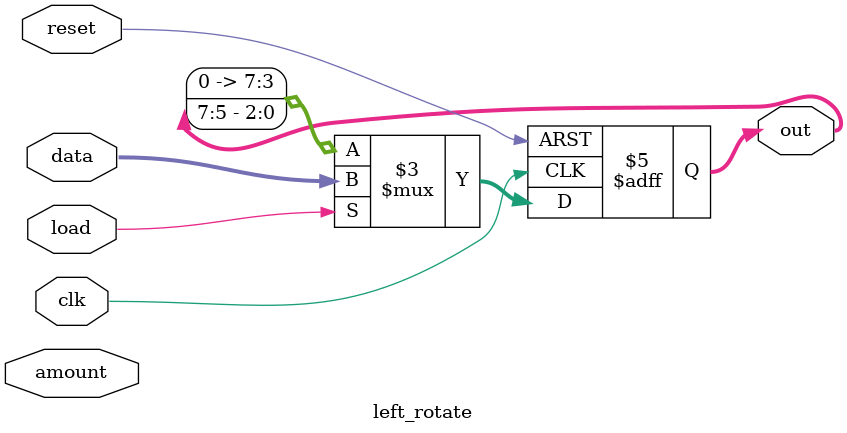
<source format=v>
module left_rotate(clk,reset,amount,data,load,out);
input clk,reset;
input [2:0] amount;
input [7:0] data;
input load;
output reg [7:0] out;
// when load is high, load data to out
// otherwise rotate the out register followed by left shift the out register by amount bits
always @(posedge clk or posedge reset)
	begin
	if (reset)
	out<=0;
	else if (load)
	out<=data;
	else begin
	// do the rotate
	out<={out[5:0],out[6]};
	// do the left shift
	out<={out[7],out[6:5]};
	end
	end
endmodule

</source>
